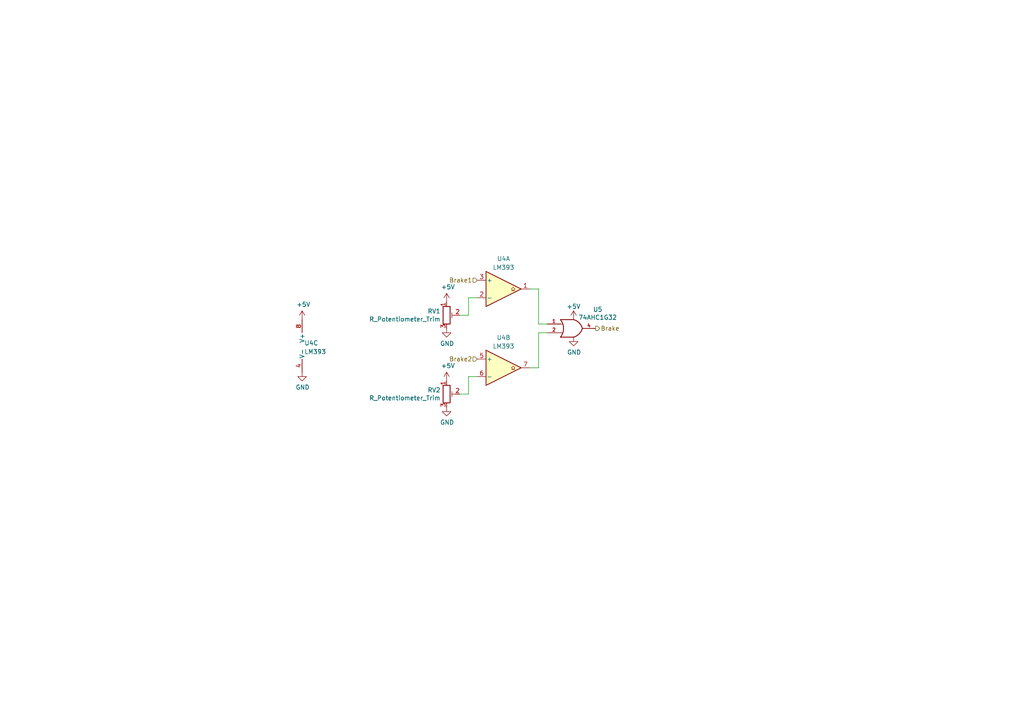
<source format=kicad_sch>
(kicad_sch (version 20211123) (generator eeschema)
  (paper "A4")
  (lib_symbols
    (symbol "74xGxx:74AHC1G32" (pin_names (offset 1.016))
      (property "Reference" "U" (at -2.54 3.81 0))
      (property "Value" "74AHC1G32" (at 0 -3.81 0))
      (symbol "74AHC1G32_0_1"
        (arc (start -3.81 -2.54) (mid -2.919 0) (end -3.81 2.54) (stroke (width 0.254)))
        (arc (start 0 -2.54) (mid 1.5993 -1.6027) (end 2.54 0) (stroke (width 0.254)))
        (polyline (pts (xy -3.81 -1.27) (xy -3.175 -1.27)))
        (polyline (pts (xy -3.81 1.27) (xy -3.175 1.27)))
        (polyline (pts (xy 0 -2.54) (xy -3.81 -2.54)) (stroke (width 0.254)) (fill (type background)))
        (polyline (pts (xy 0 2.54) (xy -3.81 2.54)) (stroke (width 0.254)) (fill (type background)))
        (arc (start 2.54 0) (mid 1.6119 1.6152) (end 0 2.54) (stroke (width 0.254)))
      )
      (symbol "74AHC1G32_1_1"
        (pin input line (at -7.62 1.27 0) (length 3.81) (name "~") (number "1"))
        (pin input line (at -7.62 -1.27 0) (length 3.81) (name "~") (number "2"))
        (pin power_in line (at 0 -2.54 270) (length 0) hide (name "GND") (number "3"))
        (pin output line (at 6.35 0 180) (length 3.81) (name "~") (number "4"))
        (pin power_in line (at 0 2.54 90) (length 0) hide (name "VCC") (number "5"))
      )
    )
    (symbol "Comparator:LM393" (pin_names (offset 0.127))
      (property "Reference" "U" (at 3.81 3.81 0))
      (property "Value" "LM393" (at 6.35 -3.81 0))
      (symbol "LM393_1_1"
        (polyline (pts (xy -5.08 5.08) (xy 5.08 0) (xy -5.08 -5.08) (xy -5.08 5.08)) (stroke (width 0.254)) (fill (type background)))
        (polyline (pts (xy 3.302 -0.508) (xy 2.794 -0.508) (xy 3.302 0) (xy 2.794 0.508) (xy 2.286 0) (xy 2.794 -0.508) (xy 2.286 -0.508)) (stroke (width 0.127)))
        (pin open_collector line (at 7.62 0 180) (length 2.54) (name "~") (number "1"))
        (pin input line (at -7.62 -2.54 0) (length 2.54) (name "-") (number "2"))
        (pin input line (at -7.62 2.54 0) (length 2.54) (name "+") (number "3"))
      )
      (symbol "LM393_2_1"
        (polyline (pts (xy -5.08 5.08) (xy 5.08 0) (xy -5.08 -5.08) (xy -5.08 5.08)) (stroke (width 0.254)) (fill (type background)))
        (polyline (pts (xy 3.302 -0.508) (xy 2.794 -0.508) (xy 3.302 0) (xy 2.794 0.508) (xy 2.286 0) (xy 2.794 -0.508) (xy 2.286 -0.508)) (stroke (width 0.127)))
        (pin input line (at -7.62 2.54 0) (length 2.54) (name "+") (number "5"))
        (pin input line (at -7.62 -2.54 0) (length 2.54) (name "-") (number "6"))
        (pin open_collector line (at 7.62 0 180) (length 2.54) (name "~") (number "7"))
      )
      (symbol "LM393_3_1"
        (pin power_in line (at -2.54 -7.62 90) (length 3.81) (name "V-") (number "4"))
        (pin power_in line (at -2.54 7.62 270) (length 3.81) (name "V+") (number "8"))
      )
    )
    (symbol "Device:R_Potentiometer_Trim" (pin_names (offset 1.016) hide)
      (property "Reference" "RV" (at -4.445 0 90))
      (property "Value" "R_Potentiometer_Trim" (at -2.54 0 90))
      (symbol "R_Potentiometer_Trim_0_1"
        (polyline (pts (xy 1.524 0.762) (xy 1.524 -0.762)))
        (polyline (pts (xy 2.54 0) (xy 1.524 0)))
        (rectangle (start 1.016 2.54) (end -1.016 -2.54) (stroke (width 0.254)))
      )
      (symbol "R_Potentiometer_Trim_1_1"
        (pin passive line (at 0 3.81 270) (length 1.27) (name "1") (number "1"))
        (pin passive line (at 3.81 0 180) (length 1.27) (name "2") (number "2"))
        (pin passive line (at 0 -3.81 90) (length 1.27) (name "3") (number "3"))
      )
    )
    (symbol "power:+5V" (power) (pin_names (offset 0))
      (property "Value" "+5V" (at 0 3.556 0))
      (symbol "+5V_0_1"
        (polyline (pts (xy -0.762 1.27) (xy 0 2.54)))
        (polyline (pts (xy 0 0) (xy 0 2.54)))
        (polyline (pts (xy 0 2.54) (xy 0.762 1.27)))
      )
      (symbol "+5V_1_1"
        (pin power_in line (at 0 0 90) (length 0) hide (name "+5V") (number "1"))
      )
    )
    (symbol "power:GND" (power) (pin_names (offset 0))
      (property "Value" "GND" (at 0 -3.81 0))
      (symbol "GND_0_1"
        (polyline (pts (xy 0 0) (xy 0 -1.27) (xy 1.27 -1.27) (xy 0 -2.54) (xy -1.27 -1.27) (xy 0 -1.27)))
      )
      (symbol "GND_1_1"
        (pin power_in line (at 0 0 270) (length 0) hide (name "GND") (number "1"))
      )
    )
  )
  (wire (pts (xy 133.35 114.3) (xy 135.89 114.3)))
  (wire (pts (xy 156.21 96.52) (xy 158.75 96.52)))
  (wire (pts (xy 135.89 86.36) (xy 138.43 86.36)))
  (wire (pts (xy 135.89 114.3) (xy 135.89 109.22)))
  (wire (pts (xy 156.21 106.68) (xy 156.21 96.52)))
  (wire (pts (xy 156.21 83.82) (xy 156.21 93.98)))
  (wire (pts (xy 153.67 83.82) (xy 156.21 83.82)))
  (wire (pts (xy 133.35 91.44) (xy 135.89 91.44)))
  (wire (pts (xy 135.89 109.22) (xy 138.43 109.22)))
  (wire (pts (xy 156.21 93.98) (xy 158.75 93.98)))
  (wire (pts (xy 135.89 91.44) (xy 135.89 86.36)))
  (wire (pts (xy 153.67 106.68) (xy 156.21 106.68)))
  (hierarchical_label "Brake1" (shape input) (at 138.43 81.28 180))
  (hierarchical_label "Brake" (shape output) (at 172.72 95.25 0))
  (hierarchical_label "Brake2" (shape input) (at 138.43 104.14 180))
  (symbol (lib_id "Device:R_Potentiometer_Trim") (at 129.54 114.3 0) (unit 1)
    (property "Reference" "RV2" (at 127.7874 113.1316 0) (effects (justify right)))
    (property "Value" "R_Potentiometer_Trim" (at 127.7874 115.443 0) (effects (justify right)))
    (property "Footprint" "Potentiometer_THT:Potentiometer_Bourns_3296W_Vertical" (effects hide))
    (property "Datasheet" "https://www.bourns.com/docs/product-datasheets/3296.pdf" (effects hide))
  )
  (symbol (lib_id "Comparator:LM393") (at 90.17 100.33 0) (unit 3)
    (property "Reference" "U4" (at 88.265 99.4953 0) (effects (justify left)))
    (property "Value" "LM393" (at 88.265 102.0322 0) (effects (justify left)))
    (property "Datasheet" "http://www.ti.com/lit/ds/symlink/lm393.pdf" (effects hide))
  )
  (symbol (lib_id "power:GND") (at 129.54 118.11 0) (unit 1)
    (property "Reference" "#PWR056" (effects hide))
    (property "Value" "GND" (at 129.667 122.5042 0))
  )
  (symbol (lib_id "power:GND") (at 166.37 97.79 0) (unit 1)
    (property "Reference" "#PWR058" (effects hide))
    (property "Value" "GND" (at 166.497 102.1842 0))
  )
  (symbol (lib_id "Comparator:LM393") (at 146.05 83.82 0) (unit 1)
    (property "Reference" "U4" (at 146.05 75.0402 0))
    (property "Value" "LM393" (at 146.05 77.5771 0))
    (property "Datasheet" "http://www.ti.com/lit/ds/symlink/lm393.pdf" (effects hide))
  )
  (symbol (lib_id "Device:R_Potentiometer_Trim") (at 129.54 91.44 0) (unit 1)
    (property "Reference" "RV1" (at 127.7874 90.2716 0) (effects (justify right)))
    (property "Value" "R_Potentiometer_Trim" (at 127.7874 92.583 0) (effects (justify right)))
    (property "Footprint" "Potentiometer_THT:Potentiometer_Bourns_3296W_Vertical" (effects hide))
    (property "Datasheet" "https://www.bourns.com/docs/product-datasheets/3296.pdf" (effects hide))
  )
  (symbol (lib_id "74xGxx:74AHC1G32") (at 166.37 95.25 0) (unit 1)
    (property "Reference" "U5" (at 173.355 89.7636 0))
    (property "Value" "74AHC1G32" (at 173.355 92.075 0))
    (property "Datasheet" "https://www.diodes.com/assets/Datasheets/74AHC1G32.pdf" (effects hide))
  )
  (symbol (lib_id "power:+5V") (at 166.37 92.71 0) (unit 1)
    (property "Reference" "#PWR057" (effects hide))
    (property "Value" "+5V" (at 166.37 88.9 0))
  )
  (symbol (lib_id "power:+5V") (at 129.54 87.63 0) (unit 1)
    (property "Reference" "#PWR053" (effects hide))
    (property "Value" "+5V" (at 129.921 83.2358 0))
  )
  (symbol (lib_id "power:GND") (at 87.63 107.95 0) (unit 1)
    (property "Reference" "#PWR052" (effects hide))
    (property "Value" "GND" (at 87.757 112.3442 0))
  )
  (symbol (lib_id "power:GND") (at 129.54 95.25 0) (unit 1)
    (property "Reference" "#PWR054" (effects hide))
    (property "Value" "GND" (at 129.667 99.6442 0))
  )
  (symbol (lib_id "power:+5V") (at 129.54 110.49 0) (unit 1)
    (property "Reference" "#PWR055" (effects hide))
    (property "Value" "+5V" (at 129.921 106.0958 0))
  )
  (symbol (lib_id "Comparator:LM393") (at 146.05 106.68 0) (unit 2)
    (property "Reference" "U4" (at 146.05 97.9002 0))
    (property "Value" "LM393" (at 146.05 100.4371 0))
    (property "Datasheet" "http://www.ti.com/lit/ds/symlink/lm393.pdf" (effects hide))
  )
  (symbol (lib_id "power:+5V") (at 87.63 92.71 0) (unit 1)
    (property "Reference" "#PWR051" (effects hide))
    (property "Value" "+5V" (at 88.011 88.3158 0))
  )
)
</source>
